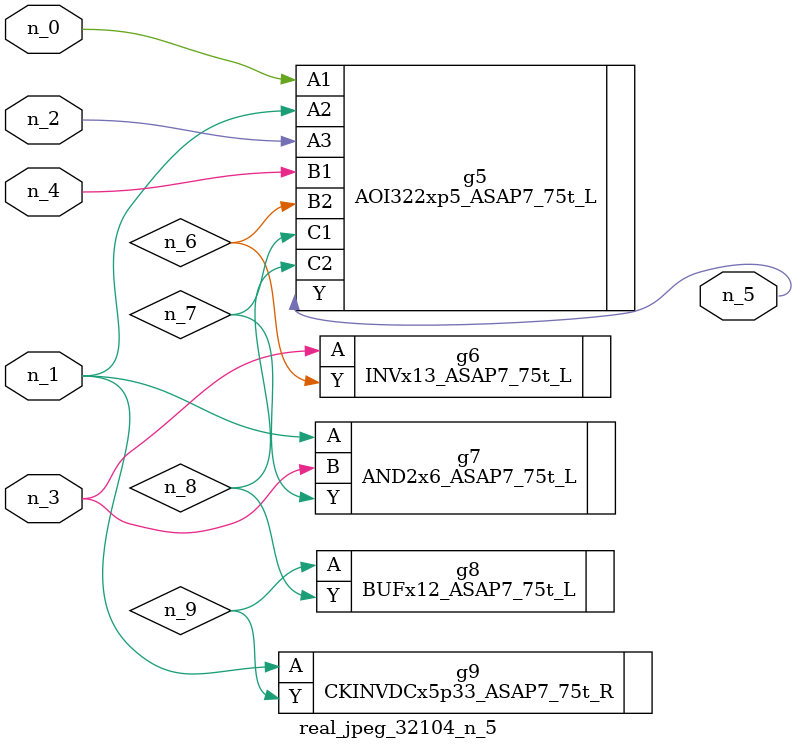
<source format=v>
module real_jpeg_32104_n_5 (n_4, n_0, n_1, n_2, n_3, n_5);

input n_4;
input n_0;
input n_1;
input n_2;
input n_3;

output n_5;

wire n_8;
wire n_6;
wire n_7;
wire n_9;

AOI322xp5_ASAP7_75t_L g5 ( 
.A1(n_0),
.A2(n_1),
.A3(n_2),
.B1(n_4),
.B2(n_6),
.C1(n_7),
.C2(n_8),
.Y(n_5)
);

AND2x6_ASAP7_75t_L g7 ( 
.A(n_1),
.B(n_3),
.Y(n_7)
);

CKINVDCx5p33_ASAP7_75t_R g9 ( 
.A(n_1),
.Y(n_9)
);

INVx13_ASAP7_75t_L g6 ( 
.A(n_3),
.Y(n_6)
);

BUFx12_ASAP7_75t_L g8 ( 
.A(n_9),
.Y(n_8)
);


endmodule
</source>
